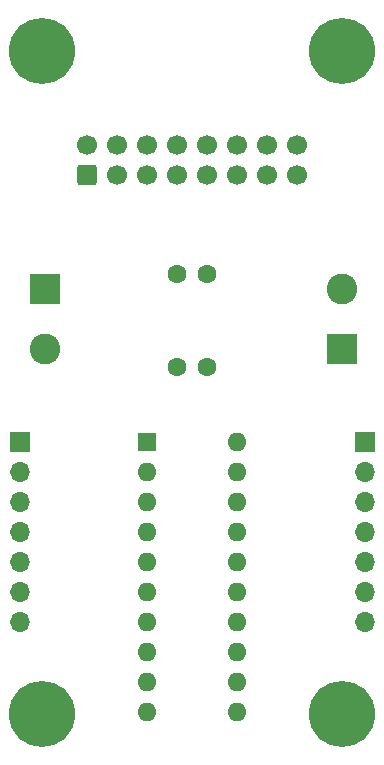
<source format=gbr>
G04 #@! TF.GenerationSoftware,KiCad,Pcbnew,7.0.1*
G04 #@! TF.CreationDate,2023-05-03T21:59:59+05:00*
G04 #@! TF.ProjectId,Breakout_TPIC6B595N_v1.0,42726561-6b6f-4757-945f-545049433642,rev?*
G04 #@! TF.SameCoordinates,Original*
G04 #@! TF.FileFunction,Soldermask,Top*
G04 #@! TF.FilePolarity,Negative*
%FSLAX46Y46*%
G04 Gerber Fmt 4.6, Leading zero omitted, Abs format (unit mm)*
G04 Created by KiCad (PCBNEW 7.0.1) date 2023-05-03 21:59:59*
%MOMM*%
%LPD*%
G01*
G04 APERTURE LIST*
G04 Aperture macros list*
%AMRoundRect*
0 Rectangle with rounded corners*
0 $1 Rounding radius*
0 $2 $3 $4 $5 $6 $7 $8 $9 X,Y pos of 4 corners*
0 Add a 4 corners polygon primitive as box body*
4,1,4,$2,$3,$4,$5,$6,$7,$8,$9,$2,$3,0*
0 Add four circle primitives for the rounded corners*
1,1,$1+$1,$2,$3*
1,1,$1+$1,$4,$5*
1,1,$1+$1,$6,$7*
1,1,$1+$1,$8,$9*
0 Add four rect primitives between the rounded corners*
20,1,$1+$1,$2,$3,$4,$5,0*
20,1,$1+$1,$4,$5,$6,$7,0*
20,1,$1+$1,$6,$7,$8,$9,0*
20,1,$1+$1,$8,$9,$2,$3,0*%
G04 Aperture macros list end*
%ADD10C,5.600000*%
%ADD11C,1.600000*%
%ADD12R,1.700000X1.700000*%
%ADD13O,1.700000X1.700000*%
%ADD14RoundRect,0.250000X0.600000X-0.600000X0.600000X0.600000X-0.600000X0.600000X-0.600000X-0.600000X0*%
%ADD15C,1.700000*%
%ADD16R,1.600000X1.600000*%
%ADD17O,1.600000X1.600000*%
%ADD18R,2.600000X2.600000*%
%ADD19C,2.600000*%
G04 APERTURE END LIST*
D10*
X125730000Y-55000000D03*
D11*
X137180000Y-81788000D03*
X139680000Y-81788000D03*
D10*
X151130000Y-111125000D03*
D12*
X153035000Y-88138000D03*
D13*
X153035000Y-90678000D03*
X153035000Y-93218000D03*
X153035000Y-95758000D03*
X153035000Y-98298000D03*
X153035000Y-100838000D03*
X153035000Y-103378000D03*
D10*
X125730000Y-111125000D03*
D11*
X137160000Y-73914000D03*
X139660000Y-73914000D03*
D14*
X129540000Y-65522500D03*
D15*
X129540000Y-62982500D03*
X132080000Y-65522500D03*
X132080000Y-62982500D03*
X134620000Y-65522500D03*
X134620000Y-62982500D03*
X137160000Y-65522500D03*
X137160000Y-62982500D03*
X139700000Y-65522500D03*
X139700000Y-62982500D03*
X142240000Y-65522500D03*
X142240000Y-62982500D03*
X144780000Y-65522500D03*
X144780000Y-62982500D03*
X147320000Y-65522500D03*
X147320000Y-62982500D03*
D16*
X134615000Y-88138000D03*
D17*
X134615000Y-90678000D03*
X134615000Y-93218000D03*
X134615000Y-95758000D03*
X134615000Y-98298000D03*
X134615000Y-100838000D03*
X134615000Y-103378000D03*
X134615000Y-105918000D03*
X134615000Y-108458000D03*
X134615000Y-110998000D03*
X142235000Y-110998000D03*
X142235000Y-108458000D03*
X142235000Y-105918000D03*
X142235000Y-103378000D03*
X142235000Y-100838000D03*
X142235000Y-98298000D03*
X142235000Y-95758000D03*
X142235000Y-93218000D03*
X142235000Y-90678000D03*
X142235000Y-88138000D03*
D18*
X125984000Y-75184000D03*
D19*
X125984000Y-80264000D03*
D10*
X151130000Y-55000000D03*
D18*
X151130000Y-80264000D03*
D19*
X151130000Y-75184000D03*
D12*
X123825000Y-88138000D03*
D13*
X123825000Y-90678000D03*
X123825000Y-93218000D03*
X123825000Y-95758000D03*
X123825000Y-98298000D03*
X123825000Y-100838000D03*
X123825000Y-103378000D03*
M02*

</source>
